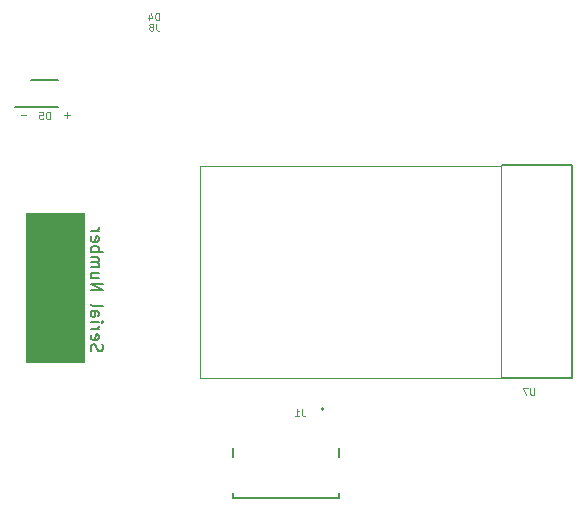
<source format=gbr>
%TF.GenerationSoftware,KiCad,Pcbnew,5.1.9*%
%TF.CreationDate,2021-02-12T16:46:07+00:00*%
%TF.ProjectId,watch2,77617463-6832-42e6-9b69-6361645f7063,rev?*%
%TF.SameCoordinates,Original*%
%TF.FileFunction,Legend,Bot*%
%TF.FilePolarity,Positive*%
%FSLAX46Y46*%
G04 Gerber Fmt 4.6, Leading zero omitted, Abs format (unit mm)*
G04 Created by KiCad (PCBNEW 5.1.9) date 2021-02-12 16:46:07*
%MOMM*%
%LPD*%
G01*
G04 APERTURE LIST*
%ADD10C,0.150000*%
%ADD11C,0.100000*%
%ADD12C,0.050000*%
%ADD13C,0.200000*%
%ADD14C,0.127000*%
G04 APERTURE END LIST*
D10*
X135802738Y-108314476D02*
X135755119Y-108171619D01*
X135755119Y-107933523D01*
X135802738Y-107838285D01*
X135850357Y-107790666D01*
X135945595Y-107743047D01*
X136040833Y-107743047D01*
X136136071Y-107790666D01*
X136183690Y-107838285D01*
X136231309Y-107933523D01*
X136278928Y-108124000D01*
X136326547Y-108219238D01*
X136374166Y-108266857D01*
X136469404Y-108314476D01*
X136564642Y-108314476D01*
X136659880Y-108266857D01*
X136707500Y-108219238D01*
X136755119Y-108124000D01*
X136755119Y-107885904D01*
X136707500Y-107743047D01*
X135802738Y-106933523D02*
X135755119Y-107028761D01*
X135755119Y-107219238D01*
X135802738Y-107314476D01*
X135897976Y-107362095D01*
X136278928Y-107362095D01*
X136374166Y-107314476D01*
X136421785Y-107219238D01*
X136421785Y-107028761D01*
X136374166Y-106933523D01*
X136278928Y-106885904D01*
X136183690Y-106885904D01*
X136088452Y-107362095D01*
X135755119Y-106457333D02*
X136421785Y-106457333D01*
X136231309Y-106457333D02*
X136326547Y-106409714D01*
X136374166Y-106362095D01*
X136421785Y-106266857D01*
X136421785Y-106171619D01*
X135755119Y-105838285D02*
X136421785Y-105838285D01*
X136755119Y-105838285D02*
X136707500Y-105885904D01*
X136659880Y-105838285D01*
X136707500Y-105790666D01*
X136755119Y-105838285D01*
X136659880Y-105838285D01*
X135755119Y-104933523D02*
X136278928Y-104933523D01*
X136374166Y-104981142D01*
X136421785Y-105076380D01*
X136421785Y-105266857D01*
X136374166Y-105362095D01*
X135802738Y-104933523D02*
X135755119Y-105028761D01*
X135755119Y-105266857D01*
X135802738Y-105362095D01*
X135897976Y-105409714D01*
X135993214Y-105409714D01*
X136088452Y-105362095D01*
X136136071Y-105266857D01*
X136136071Y-105028761D01*
X136183690Y-104933523D01*
X135755119Y-104314476D02*
X135802738Y-104409714D01*
X135897976Y-104457333D01*
X136755119Y-104457333D01*
X135755119Y-103171619D02*
X136755119Y-103171619D01*
X135755119Y-102600190D01*
X136755119Y-102600190D01*
X136421785Y-101695428D02*
X135755119Y-101695428D01*
X136421785Y-102124000D02*
X135897976Y-102124000D01*
X135802738Y-102076380D01*
X135755119Y-101981142D01*
X135755119Y-101838285D01*
X135802738Y-101743047D01*
X135850357Y-101695428D01*
X135755119Y-101219238D02*
X136421785Y-101219238D01*
X136326547Y-101219238D02*
X136374166Y-101171619D01*
X136421785Y-101076380D01*
X136421785Y-100933523D01*
X136374166Y-100838285D01*
X136278928Y-100790666D01*
X135755119Y-100790666D01*
X136278928Y-100790666D02*
X136374166Y-100743047D01*
X136421785Y-100647809D01*
X136421785Y-100504952D01*
X136374166Y-100409714D01*
X136278928Y-100362095D01*
X135755119Y-100362095D01*
X135755119Y-99885904D02*
X136755119Y-99885904D01*
X136374166Y-99885904D02*
X136421785Y-99790666D01*
X136421785Y-99600190D01*
X136374166Y-99504952D01*
X136326547Y-99457333D01*
X136231309Y-99409714D01*
X135945595Y-99409714D01*
X135850357Y-99457333D01*
X135802738Y-99504952D01*
X135755119Y-99600190D01*
X135755119Y-99790666D01*
X135802738Y-99885904D01*
X135802738Y-98600190D02*
X135755119Y-98695428D01*
X135755119Y-98885904D01*
X135802738Y-98981142D01*
X135897976Y-99028761D01*
X136278928Y-99028761D01*
X136374166Y-98981142D01*
X136421785Y-98885904D01*
X136421785Y-98695428D01*
X136374166Y-98600190D01*
X136278928Y-98552571D01*
X136183690Y-98552571D01*
X136088452Y-99028761D01*
X135755119Y-98124000D02*
X136421785Y-98124000D01*
X136231309Y-98124000D02*
X136326547Y-98076380D01*
X136374166Y-98028761D01*
X136421785Y-97933523D01*
X136421785Y-97838285D01*
D11*
G36*
X135191500Y-109220000D02*
G01*
X130238500Y-109220000D01*
X130238500Y-96583500D01*
X135191500Y-96583500D01*
X135191500Y-109220000D01*
G37*
X135191500Y-109220000D02*
X130238500Y-109220000D01*
X130238500Y-96583500D01*
X135191500Y-96583500D01*
X135191500Y-109220000D01*
X129819428Y-88349142D02*
X130276571Y-88349142D01*
X133959571Y-88307857D02*
X133502428Y-88307857D01*
X133731000Y-88536428D02*
X133731000Y-88079285D01*
D12*
%TO.C,U7*%
X144976000Y-92600000D02*
X144976000Y-110600000D01*
X170506000Y-92600000D02*
X144976000Y-92600000D01*
X170506000Y-110600000D02*
X170506000Y-92600000D01*
X144976000Y-110600000D02*
X170506000Y-110600000D01*
D10*
X170561000Y-110617000D02*
X176530000Y-110617000D01*
X170561000Y-92583000D02*
X176530000Y-92583000D01*
X176530000Y-92583000D02*
X176530000Y-110617000D01*
D13*
%TO.C,J1*%
X155473000Y-113197000D02*
G75*
G03*
X155473000Y-113197000I-100000J0D01*
G01*
D14*
X156743000Y-116502000D02*
X156743000Y-117267000D01*
X156743000Y-120747000D02*
X156743000Y-120327000D01*
X147803000Y-120747000D02*
X156743000Y-120747000D01*
X147803000Y-120327000D02*
X147803000Y-120747000D01*
X147803000Y-116502000D02*
X147803000Y-117267000D01*
D13*
%TO.C,D5*%
X130698000Y-85337000D02*
X132998000Y-85337000D01*
X129348000Y-87637000D02*
X132998000Y-87637000D01*
%TO.C,U7*%
D11*
X173304142Y-111431428D02*
X173304142Y-111917142D01*
X173275571Y-111974285D01*
X173247000Y-112002857D01*
X173189857Y-112031428D01*
X173075571Y-112031428D01*
X173018428Y-112002857D01*
X172989857Y-111974285D01*
X172961285Y-111917142D01*
X172961285Y-111431428D01*
X172732714Y-111431428D02*
X172332714Y-111431428D01*
X172589857Y-112031428D01*
%TO.C,J1*%
X153616000Y-113209428D02*
X153616000Y-113638000D01*
X153644571Y-113723714D01*
X153701714Y-113780857D01*
X153787428Y-113809428D01*
X153844571Y-113809428D01*
X153016000Y-113809428D02*
X153358857Y-113809428D01*
X153187428Y-113809428D02*
X153187428Y-113209428D01*
X153244571Y-113295142D01*
X153301714Y-113352285D01*
X153358857Y-113380857D01*
%TO.C,D4*%
X141539857Y-80281428D02*
X141539857Y-79681428D01*
X141397000Y-79681428D01*
X141311285Y-79710000D01*
X141254142Y-79767142D01*
X141225571Y-79824285D01*
X141197000Y-79938571D01*
X141197000Y-80024285D01*
X141225571Y-80138571D01*
X141254142Y-80195714D01*
X141311285Y-80252857D01*
X141397000Y-80281428D01*
X141539857Y-80281428D01*
X140682714Y-79881428D02*
X140682714Y-80281428D01*
X140825571Y-79652857D02*
X140968428Y-80081428D01*
X140597000Y-80081428D01*
%TO.C,D5*%
X132268857Y-88663428D02*
X132268857Y-88063428D01*
X132126000Y-88063428D01*
X132040285Y-88092000D01*
X131983142Y-88149142D01*
X131954571Y-88206285D01*
X131926000Y-88320571D01*
X131926000Y-88406285D01*
X131954571Y-88520571D01*
X131983142Y-88577714D01*
X132040285Y-88634857D01*
X132126000Y-88663428D01*
X132268857Y-88663428D01*
X131383142Y-88063428D02*
X131668857Y-88063428D01*
X131697428Y-88349142D01*
X131668857Y-88320571D01*
X131611714Y-88292000D01*
X131468857Y-88292000D01*
X131411714Y-88320571D01*
X131383142Y-88349142D01*
X131354571Y-88406285D01*
X131354571Y-88549142D01*
X131383142Y-88606285D01*
X131411714Y-88634857D01*
X131468857Y-88663428D01*
X131611714Y-88663428D01*
X131668857Y-88634857D01*
X131697428Y-88606285D01*
%TO.C,J8*%
X141297000Y-80570428D02*
X141297000Y-80999000D01*
X141325571Y-81084714D01*
X141382714Y-81141857D01*
X141468428Y-81170428D01*
X141525571Y-81170428D01*
X140925571Y-80827571D02*
X140982714Y-80799000D01*
X141011285Y-80770428D01*
X141039857Y-80713285D01*
X141039857Y-80684714D01*
X141011285Y-80627571D01*
X140982714Y-80599000D01*
X140925571Y-80570428D01*
X140811285Y-80570428D01*
X140754142Y-80599000D01*
X140725571Y-80627571D01*
X140697000Y-80684714D01*
X140697000Y-80713285D01*
X140725571Y-80770428D01*
X140754142Y-80799000D01*
X140811285Y-80827571D01*
X140925571Y-80827571D01*
X140982714Y-80856142D01*
X141011285Y-80884714D01*
X141039857Y-80941857D01*
X141039857Y-81056142D01*
X141011285Y-81113285D01*
X140982714Y-81141857D01*
X140925571Y-81170428D01*
X140811285Y-81170428D01*
X140754142Y-81141857D01*
X140725571Y-81113285D01*
X140697000Y-81056142D01*
X140697000Y-80941857D01*
X140725571Y-80884714D01*
X140754142Y-80856142D01*
X140811285Y-80827571D01*
%TD*%
M02*

</source>
